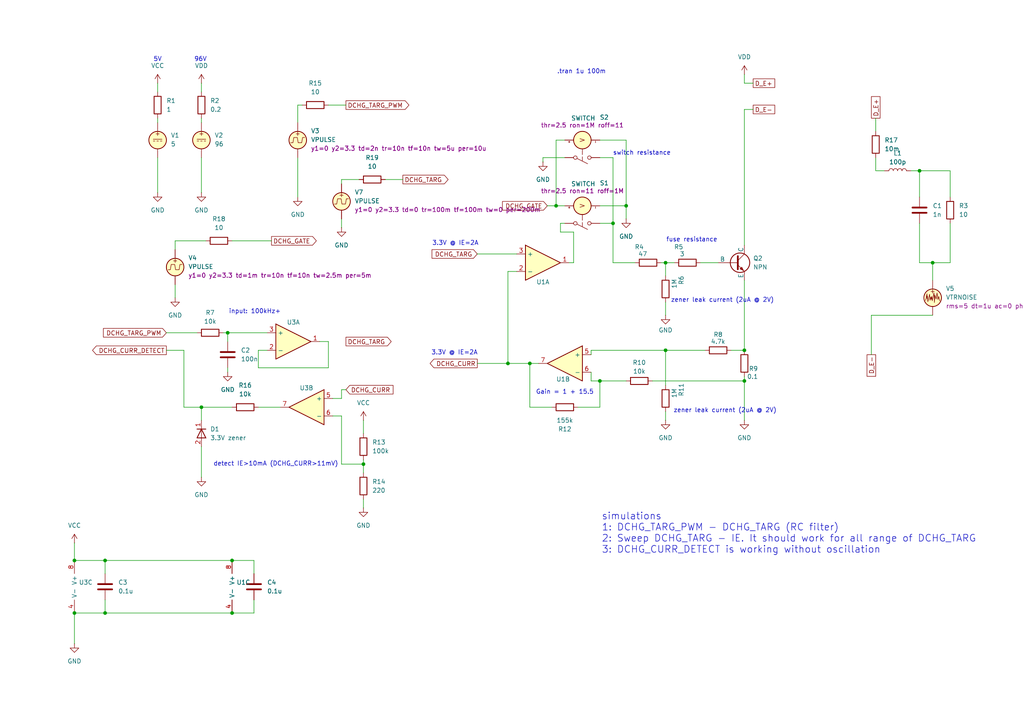
<source format=kicad_sch>
(kicad_sch (version 20231120) (generator "eeschema") (generator_version "8.0")
  (paper "A4")
  (lib_symbols
    (symbol "Device:C" (pin_numbers hide) (pin_names (offset 0.254))
      (property "Reference" "C" (at 0.635 2.54 0))
      (property "Value" "C" (at 0.635 -2.54 0))
      (symbol "C_0_1"
        (polyline (pts (xy -2.032 -0.762) (xy 2.032 -0.762)) (stroke (width 0.508)))
        (polyline (pts (xy -2.032 0.762) (xy 2.032 0.762)) (stroke (width 0.508)))
      )
      (symbol "C_1_1"
        (pin passive line (at 0 3.81 270) (length 2.794) (name "~") (number "1"))
        (pin passive line (at 0 -3.81 90) (length 2.794) (name "~") (number "2"))
      )
    )
    (symbol "Device:L" (pin_numbers hide) (pin_names (offset 1.016) hide)
      (property "Reference" "L" (at -1.27 0 90))
      (property "Value" "L" (at 1.905 0 90))
      (symbol "L_0_1"
        (arc (start 0 -2.54) (mid 0.6323 -1.905) (end 0 -1.27))
        (arc (start 0 -1.27) (mid 0.6323 -0.635) (end 0 0))
        (arc (start 0 0) (mid 0.6323 0.635) (end 0 1.27))
        (arc (start 0 1.27) (mid 0.6323 1.905) (end 0 2.54))
      )
      (symbol "L_1_1"
        (pin passive line (at 0 3.81 270) (length 1.27) (name "1") (number "1"))
        (pin passive line (at 0 -3.81 90) (length 1.27) (name "2") (number "2"))
      )
    )
    (symbol "Device:Opamp_Dual"
      (property "Reference" "U" (at 0 5.08 0))
      (property "Value" "Opamp_Dual" (at 0 -5.08 0))
      (symbol "Opamp_Dual_1_1"
        (polyline (pts (xy -5.08 5.08) (xy 5.08 0) (xy -5.08 -5.08) (xy -5.08 5.08)) (stroke (width 0.254)) (fill (type background)))
        (pin output line (at 7.62 0 180) (length 2.54) (name "~") (number "1"))
        (pin input line (at -7.62 -2.54 0) (length 2.54) (name "-") (number "2"))
        (pin input line (at -7.62 2.54 0) (length 2.54) (name "+") (number "3"))
      )
      (symbol "Opamp_Dual_2_1"
        (polyline (pts (xy -5.08 5.08) (xy 5.08 0) (xy -5.08 -5.08) (xy -5.08 5.08)) (stroke (width 0.254)) (fill (type background)))
        (pin input line (at -7.62 2.54 0) (length 2.54) (name "+") (number "5"))
        (pin input line (at -7.62 -2.54 0) (length 2.54) (name "-") (number "6"))
        (pin output line (at 7.62 0 180) (length 2.54) (name "~") (number "7"))
      )
      (symbol "Opamp_Dual_3_1"
        (pin power_in line (at -2.54 -7.62 90) (length 3.81) (name "V-") (number "4"))
        (pin power_in line (at -2.54 7.62 270) (length 3.81) (name "V+") (number "8"))
      )
    )
    (symbol "Device:R" (pin_numbers hide) (pin_names (offset 0))
      (property "Reference" "R" (at 2.032 0 90))
      (property "Value" "R" (at 0 0 90))
      (symbol "R_0_1"
        (rectangle (start -1.016 -2.54) (end 1.016 2.54) (stroke (width 0.254)))
      )
      (symbol "R_1_1"
        (pin passive line (at 0 3.81 270) (length 1.27) (name "~") (number "1"))
        (pin passive line (at 0 -3.81 90) (length 1.27) (name "~") (number "2"))
      )
    )
    (symbol "Simulation_SPICE:D" (pin_names (offset 1.016) hide)
      (property "Reference" "D" (at 0 2.54 0))
      (property "Value" "D" (at 0 -2.54 0))
      (symbol "D_0_1"
        (polyline (pts (xy -1.27 1.27) (xy -1.27 -1.27)) (stroke (width 0.254)))
        (polyline (pts (xy 1.27 0) (xy -1.27 0)))
        (polyline (pts (xy 1.27 1.27) (xy 1.27 -1.27) (xy -1.27 0) (xy 1.27 1.27)) (stroke (width 0.254)))
      )
      (symbol "D_1_1"
        (pin passive line (at -3.81 0 0) (length 2.54) (name "K") (number "1"))
        (pin passive line (at 3.81 0 180) (length 2.54) (name "A") (number "2"))
      )
    )
    (symbol "Simulation_SPICE:NPN" (pin_numbers hide) (pin_names (offset 0))
      (property "Reference" "Q" (at -2.54 7.62 0))
      (property "Value" "NPN" (at -2.54 5.08 0))
      (symbol "NPN_0_1"
        (polyline (pts (xy -2.54 0) (xy 0.635 0)) (stroke (width 0.1524)))
        (polyline (pts (xy 0.635 0.635) (xy 2.54 2.54)))
        (polyline (pts (xy 2.794 -1.27) (xy 2.794 -1.27)) (stroke (width 0.1524)))
        (polyline (pts (xy 2.794 -1.27) (xy 2.794 -1.27)) (stroke (width 0.1524)))
        (polyline (pts (xy 0.635 -0.635) (xy 2.54 -2.54) (xy 2.54 -2.54)))
        (polyline (pts (xy 0.635 1.905) (xy 0.635 -1.905) (xy 0.635 -1.905)) (stroke (width 0.508)))
        (polyline (pts (xy 1.27 -1.778) (xy 1.778 -1.27) (xy 2.286 -2.286) (xy 1.27 -1.778) (xy 1.27 -1.778)) (fill (type outline)))
        (circle (center 1.27 0) (radius 2.8194) (stroke (width 0.254)))
      )
      (symbol "NPN_1_1"
        (pin open_collector line (at 2.54 5.08 270) (length 2.54) (name "C") (number "1"))
        (pin input line (at -5.08 0 0) (length 2.54) (name "B") (number "2"))
        (pin open_emitter line (at 2.54 -5.08 90) (length 2.54) (name "E") (number "3"))
      )
    )
    (symbol "Simulation_SPICE:SWITCH" (pin_numbers hide) (pin_names (offset 1.016) hide)
      (property "Reference" "S" (at 2.54 2.54 0))
      (property "Value" "SWITCH" (at 2.54 0 0))
      (property "Sim.Params" "thr=0 ron=1" (at 2.54 -2.54 0))
      (symbol "SWITCH_0_1"
        (circle (center 0 -2.032) (radius 0.508))
        (polyline (pts (xy 0.254 1.524) (xy 1.778 -1.524)))
        (circle (center 0 2.032) (radius 0.508))
      )
      (symbol "SWITCH_1_1"
        (circle (center -5.08 0) (radius 2.54) (stroke (width 0.254)) (fill (type background)))
        (polyline (pts (xy -4.826 -3.81) (xy -4.318 -3.81)))
        (polyline (pts (xy -4.826 3.81) (xy -4.318 3.81)))
        (polyline (pts (xy -4.572 4.064) (xy -4.572 3.556)))
        (polyline (pts (xy -2.54 0) (xy 0.889 0)) (stroke (width 0) (type dash)))
        (text "V" (at -5.08 0 0) (effects (font (size 1.27 1.27))))
        (pin passive line (at 0 5.08 270) (length 2.54) (name "N+") (number "1"))
        (pin passive line (at 0 -5.08 90) (length 2.54) (name "N-") (number "2"))
        (pin input line (at -5.08 5.08 270) (length 2.54) (name "C+") (number "3"))
        (pin input line (at -5.08 -5.08 90) (length 2.54) (name "C-") (number "4"))
      )
    )
    (symbol "Simulation_SPICE:VDC" (pin_numbers hide) (pin_names (offset 0.0254))
      (property "Reference" "V" (at 2.54 2.54 0))
      (property "Value" "1" (at 2.54 0 0))
      (symbol "VDC_0_0"
        (polyline (pts (xy -1.27 0.254) (xy 1.27 0.254)))
        (polyline (pts (xy -0.762 -0.254) (xy -1.27 -0.254)))
        (polyline (pts (xy 0.254 -0.254) (xy -0.254 -0.254)))
        (polyline (pts (xy 1.27 -0.254) (xy 0.762 -0.254)))
        (text "+" (at 0 1.905 0) (effects (font (size 1.27 1.27))))
      )
      (symbol "VDC_0_1"
        (circle (center 0 0) (radius 2.54) (stroke (width 0.254)) (fill (type background)))
      )
      (symbol "VDC_1_1"
        (pin passive line (at 0 5.08 270) (length 2.54) (name "~") (number "1"))
        (pin passive line (at 0 -5.08 90) (length 2.54) (name "~") (number "2"))
      )
    )
    (symbol "Simulation_SPICE:VPULSE" (pin_numbers hide) (pin_names (offset 0.0254))
      (property "Reference" "V" (at 2.54 2.54 0))
      (property "Value" "VPULSE" (at 2.54 0 0))
      (property "Sim.Params" "y1=0 y2=1 td=2n tr=2n tf=2n tw=50n per=100n" (at 2.54 -2.54 0))
      (symbol "VPULSE_0_0"
        (polyline (pts (xy -2.032 -0.762) (xy -1.397 -0.762) (xy -1.143 0.762) (xy -0.127 0.762) (xy 0.127 -0.762) (xy 1.143 -0.762) (xy 1.397 0.762) (xy 2.032 0.762)))
        (text "+" (at 0 1.905 0) (effects (font (size 1.27 1.27))))
      )
      (symbol "VPULSE_0_1"
        (circle (center 0 0) (radius 2.54) (stroke (width 0.254)) (fill (type background)))
      )
      (symbol "VPULSE_1_1"
        (pin passive line (at 0 5.08 270) (length 2.54) (name "~") (number "1"))
        (pin passive line (at 0 -5.08 90) (length 2.54) (name "~") (number "2"))
      )
    )
    (symbol "Simulation_SPICE:VTRNOISE" (pin_numbers hide) (pin_names (offset 0.0254))
      (property "Reference" "V" (at 2.54 2.54 0))
      (property "Value" "VTRNOISE" (at 2.54 0 0))
      (property "Sim.Params" "rms=20n dt=500p ac=0 ph=0" (at 2.54 -2.54 0))
      (symbol "VTRNOISE_0_0"
        (text "+" (at 0 1.905 0) (effects (font (size 1.27 1.27))))
      )
      (symbol "VTRNOISE_0_1"
        (polyline (pts (xy -2.032 -0.762) (xy -1.651 1.143) (xy -1.651 -0.254) (xy -1.524 0.508) (xy -1.397 -1.143) (xy -0.889 1.016) (xy -0.762 -0.762) (xy -0.508 0.254) (xy -0.381 -0.508) (xy -0.254 0.381) (xy -0.127 -0.889) (xy 0.381 1.397) (xy 0.508 -1.397) (xy 0.635 0.762) (xy 1.016 -0.381) (xy 1.27 1.397) (xy 1.524 -0.508) (xy 1.778 0.381) (xy 2.032 -0.889)))
        (circle (center 0 0) (radius 2.54) (stroke (width 0.254)) (fill (type background)))
      )
      (symbol "VTRNOISE_1_1"
        (pin passive line (at 0 5.08 270) (length 2.54) (name "~") (number "1"))
        (pin passive line (at 0 -5.08 90) (length 2.54) (name "~") (number "2"))
      )
    )
    (symbol "power:GND" (power) (pin_numbers hide) (pin_names (offset 0) hide)
      (property "Value" "GND" (at 0 -3.81 0))
      (symbol "GND_0_1"
        (polyline (pts (xy 0 0) (xy 0 -1.27) (xy 1.27 -1.27) (xy 0 -2.54) (xy -1.27 -1.27) (xy 0 -1.27)))
      )
      (symbol "GND_1_1"
        (pin power_in line (at 0 0 270) (length 0) (name "~") (number "1"))
      )
    )
    (symbol "power:VCC" (power) (pin_numbers hide) (pin_names (offset 0) hide)
      (property "Value" "VCC" (at 0 3.556 0))
      (symbol "VCC_0_1"
        (polyline (pts (xy -0.762 1.27) (xy 0 2.54)))
        (polyline (pts (xy 0 0) (xy 0 2.54)))
        (polyline (pts (xy 0 2.54) (xy 0.762 1.27)))
      )
      (symbol "VCC_1_1"
        (pin power_in line (at 0 0 90) (length 0) (name "~") (number "1"))
      )
    )
    (symbol "power:VDD" (power) (pin_numbers hide) (pin_names (offset 0) hide)
      (property "Value" "VDD" (at 0 3.556 0))
      (symbol "VDD_0_1"
        (polyline (pts (xy -0.762 1.27) (xy 0 2.54)))
        (polyline (pts (xy 0 0) (xy 0 2.54)))
        (polyline (pts (xy 0 2.54) (xy 0.762 1.27)))
      )
      (symbol "VDD_1_1"
        (pin power_in line (at 0 0 90) (length 0) (name "~") (number "1"))
      )
    )
  )
  (junction (at 161.29 59.69))
  (junction (at 193.04 76.2))
  (junction (at 105.41 134.62))
  (junction (at 181.61 59.69))
  (junction (at 193.04 101.6))
  (junction (at 177.8 64.77))
  (junction (at 30.48 177.8))
  (junction (at 66.04 96.52))
  (junction (at 67.31 177.8))
  (junction (at 58.42 118.11))
  (junction (at 147.32 105.41))
  (junction (at 21.59 177.8))
  (junction (at 153.67 105.41))
  (junction (at 30.48 162.56))
  (junction (at 21.59 162.56))
  (junction (at 215.9 101.6))
  (junction (at 215.9 110.49))
  (junction (at 270.51 76.2))
  (junction (at 67.31 162.56))
  (junction (at 266.7 49.53))
  (junction (at 173.99 110.49))
  (wire (pts (xy 58.42 118.11) (xy 58.42 121.92)))
  (wire (pts (xy 50.8 82.55) (xy 50.8 86.36)))
  (wire (pts (xy 163.83 45.72) (xy 157.48 45.72)))
  (wire (pts (xy 275.59 49.53) (xy 275.59 57.15)))
  (wire (pts (xy 58.42 118.11) (xy 67.31 118.11)))
  (wire (pts (xy 73.66 173.99) (xy 73.66 177.8)))
  (wire (pts (xy 67.31 162.56) (xy 73.66 162.56)))
  (wire (pts (xy 191.77 76.2) (xy 193.04 76.2)))
  (wire (pts (xy 58.42 129.54) (xy 58.42 138.43)))
  (wire (pts (xy 215.9 109.22) (xy 215.9 110.49)))
  (wire (pts (xy 212.09 101.6) (xy 215.9 101.6)))
  (wire (pts (xy 266.7 76.2) (xy 270.51 76.2)))
  (wire (pts (xy 111.76 52.07) (xy 116.84 52.07)))
  (wire (pts (xy 163.83 40.64) (xy 161.29 40.64)))
  (wire (pts (xy 173.99 59.69) (xy 181.61 59.69)))
  (wire (pts (xy 105.41 134.62) (xy 105.41 137.16)))
  (wire (pts (xy 171.45 107.95) (xy 171.45 110.49)))
  (wire (pts (xy 21.59 177.8) (xy 30.48 177.8)))
  (wire (pts (xy 266.7 49.53) (xy 275.59 49.53)))
  (wire (pts (xy 64.77 96.52) (xy 66.04 96.52)))
  (wire (pts (xy 105.41 144.78) (xy 105.41 147.32)))
  (wire (pts (xy 21.59 162.56) (xy 30.48 162.56)))
  (wire (pts (xy 173.99 45.72) (xy 177.8 45.72)))
  (wire (pts (xy 95.25 106.68) (xy 74.93 106.68)))
  (wire (pts (xy 173.99 110.49) (xy 173.99 118.11)))
  (wire (pts (xy 162.56 67.31) (xy 166.37 67.31)))
  (wire (pts (xy 66.04 106.68) (xy 66.04 107.95)))
  (wire (pts (xy 254 45.72) (xy 254 49.53)))
  (wire (pts (xy 266.7 49.53) (xy 266.7 57.15)))
  (wire (pts (xy 215.9 110.49) (xy 215.9 121.92)))
  (wire (pts (xy 45.72 45.72) (xy 45.72 55.88)))
  (wire (pts (xy 66.04 96.52) (xy 66.04 99.06)))
  (wire (pts (xy 158.75 59.69) (xy 161.29 59.69)))
  (wire (pts (xy 173.99 64.77) (xy 177.8 64.77)))
  (wire (pts (xy 48.26 96.52) (xy 57.15 96.52)))
  (wire (pts (xy 58.42 24.13) (xy 58.42 26.67)))
  (wire (pts (xy 162.56 64.77) (xy 162.56 67.31)))
  (wire (pts (xy 177.8 64.77) (xy 177.8 76.2)))
  (wire (pts (xy 266.7 64.77) (xy 266.7 76.2)))
  (wire (pts (xy 66.04 96.52) (xy 77.47 96.52)))
  (wire (pts (xy 252.73 91.44) (xy 270.51 91.44)))
  (wire (pts (xy 74.93 101.6) (xy 77.47 101.6)))
  (wire (pts (xy 99.06 134.62) (xy 99.06 120.65)))
  (wire (pts (xy 156.21 105.41) (xy 153.67 105.41)))
  (wire (pts (xy 166.37 67.31) (xy 166.37 76.2)))
  (wire (pts (xy 105.41 134.62) (xy 99.06 134.62)))
  (wire (pts (xy 147.32 105.41) (xy 153.67 105.41)))
  (wire (pts (xy 165.1 76.2) (xy 166.37 76.2)))
  (wire (pts (xy 215.9 81.28) (xy 215.9 101.6)))
  (wire (pts (xy 138.43 73.66) (xy 149.86 73.66)))
  (wire (pts (xy 105.41 121.92) (xy 105.41 125.73)))
  (wire (pts (xy 215.9 21.59) (xy 215.9 24.13)))
  (wire (pts (xy 59.69 69.85) (xy 50.8 69.85)))
  (wire (pts (xy 50.8 69.85) (xy 50.8 72.39)))
  (wire (pts (xy 58.42 118.11) (xy 53.34 118.11)))
  (wire (pts (xy 74.93 106.68) (xy 74.93 101.6)))
  (wire (pts (xy 270.51 76.2) (xy 275.59 76.2)))
  (wire (pts (xy 171.45 101.6) (xy 193.04 101.6)))
  (wire (pts (xy 95.25 30.48) (xy 100.33 30.48)))
  (wire (pts (xy 254 49.53) (xy 256.54 49.53)))
  (wire (pts (xy 193.04 87.63) (xy 193.04 91.44)))
  (wire (pts (xy 138.43 105.41) (xy 147.32 105.41)))
  (wire (pts (xy 254 34.29) (xy 254 38.1)))
  (wire (pts (xy 203.2 76.2) (xy 208.28 76.2)))
  (wire (pts (xy 99.06 115.57) (xy 96.52 115.57)))
  (wire (pts (xy 30.48 162.56) (xy 67.31 162.56)))
  (wire (pts (xy 270.51 76.2) (xy 270.51 81.28)))
  (wire (pts (xy 157.48 45.72) (xy 157.48 46.99)))
  (wire (pts (xy 21.59 177.8) (xy 21.59 186.69)))
  (wire (pts (xy 87.63 30.48) (xy 86.36 30.48)))
  (wire (pts (xy 105.41 133.35) (xy 105.41 134.62)))
  (wire (pts (xy 53.34 118.11) (xy 53.34 101.6)))
  (wire (pts (xy 171.45 101.6) (xy 171.45 102.87)))
  (wire (pts (xy 193.04 76.2) (xy 193.04 80.01)))
  (wire (pts (xy 99.06 113.03) (xy 100.33 113.03)))
  (wire (pts (xy 30.48 162.56) (xy 30.48 166.37)))
  (wire (pts (xy 161.29 40.64) (xy 161.29 59.69)))
  (wire (pts (xy 181.61 59.69) (xy 181.61 63.5)))
  (wire (pts (xy 99.06 113.03) (xy 99.06 115.57)))
  (wire (pts (xy 99.06 52.07) (xy 99.06 53.34)))
  (wire (pts (xy 177.8 45.72) (xy 177.8 64.77)))
  (wire (pts (xy 275.59 64.77) (xy 275.59 76.2)))
  (wire (pts (xy 193.04 76.2) (xy 195.58 76.2)))
  (wire (pts (xy 252.73 91.44) (xy 252.73 102.87)))
  (wire (pts (xy 86.36 30.48) (xy 86.36 35.56)))
  (wire (pts (xy 173.99 118.11) (xy 167.64 118.11)))
  (wire (pts (xy 86.36 45.72) (xy 86.36 57.15)))
  (wire (pts (xy 160.02 118.11) (xy 153.67 118.11)))
  (wire (pts (xy 215.9 31.75) (xy 218.44 31.75)))
  (wire (pts (xy 45.72 34.29) (xy 45.72 35.56)))
  (wire (pts (xy 177.8 76.2) (xy 184.15 76.2)))
  (wire (pts (xy 173.99 40.64) (xy 181.61 40.64)))
  (wire (pts (xy 153.67 118.11) (xy 153.67 105.41)))
  (wire (pts (xy 45.72 24.13) (xy 45.72 26.67)))
  (wire (pts (xy 67.31 69.85) (xy 78.74 69.85)))
  (wire (pts (xy 264.16 49.53) (xy 266.7 49.53)))
  (wire (pts (xy 147.32 78.74) (xy 149.86 78.74)))
  (wire (pts (xy 215.9 24.13) (xy 218.44 24.13)))
  (wire (pts (xy 161.29 59.69) (xy 163.83 59.69)))
  (wire (pts (xy 193.04 101.6) (xy 193.04 111.76)))
  (wire (pts (xy 74.93 118.11) (xy 81.28 118.11)))
  (wire (pts (xy 67.31 177.8) (xy 73.66 177.8)))
  (wire (pts (xy 21.59 157.48) (xy 21.59 162.56)))
  (wire (pts (xy 193.04 101.6) (xy 204.47 101.6)))
  (wire (pts (xy 58.42 34.29) (xy 58.42 35.56)))
  (wire (pts (xy 163.83 64.77) (xy 162.56 64.77)))
  (wire (pts (xy 189.23 110.49) (xy 215.9 110.49)))
  (wire (pts (xy 173.99 110.49) (xy 181.61 110.49)))
  (wire (pts (xy 171.45 110.49) (xy 173.99 110.49)))
  (wire (pts (xy 215.9 31.75) (xy 215.9 71.12)))
  (wire (pts (xy 96.52 120.65) (xy 99.06 120.65)))
  (wire (pts (xy 181.61 40.64) (xy 181.61 59.69)))
  (wire (pts (xy 30.48 173.99) (xy 30.48 177.8)))
  (wire (pts (xy 95.25 99.06) (xy 95.25 106.68)))
  (wire (pts (xy 73.66 166.37) (xy 73.66 162.56)))
  (wire (pts (xy 58.42 45.72) (xy 58.42 55.88)))
  (wire (pts (xy 53.34 101.6) (xy 48.26 101.6)))
  (wire (pts (xy 104.14 52.07) (xy 99.06 52.07)))
  (wire (pts (xy 99.06 63.5) (xy 99.06 66.04)))
  (wire (pts (xy 30.48 177.8) (xy 67.31 177.8)))
  (wire (pts (xy 193.04 119.38) (xy 193.04 121.92)))
  (wire (pts (xy 92.71 99.06) (xy 95.25 99.06)))
  (wire (pts (xy 147.32 78.74) (xy 147.32 105.41)))
  (text "3.3V @ IE=2A" (at 132.08 70.612 0) (effects (font (size 1.27 1.27))))
  (text "5V" (at 45.72 17.272 0) (effects (font (size 1.27 1.27))))
  (text "fuse resistance" (at 200.66 69.596 0) (effects (font (size 1.27 1.27))))
  (text "zener leak current (2uA @ 2V)" (at 210.312 119.126 0) (effects (font (size 1.27 1.27))))
  (text "3.3V @ IE=2A" (at 131.826 102.362 0) (effects (font (size 1.27 1.27))))
  (text ".tran 1u 100m" (at 168.656 20.828 0) (effects (font (size 1.27 1.27))))
  (text "simulations\n1: DCHG_TARG_PWM - DCHG_TARG (RC filter)\n2: Sweep DCHG_TARG - IE. It should work for all range of DCHG_TARG\n3: DCHG_CURR_DETECT is working without oscillation" (at 174.498 154.686 0) (effects (font (size 2 2)) (justify left)))
  (text "zener leak current (2uA @ 2V)" (at 209.55 87.122 0) (effects (font (size 1.27 1.27))))
  (text "96V" (at 58.166 17.272 0) (effects (font (size 1.27 1.27))))
  (text "input: 100kHz+" (at 73.914 90.424 0) (effects (font (size 1.27 1.27))))
  (text "switch resistance" (at 186.182 44.45 0) (effects (font (size 1.27 1.27))))
  (text "detect IE>10mA (DCHG_CURR>11mV)" (at 80.01 134.62 0) (effects (font (size 1.27 1.27))))
  (text "Gain = 1 + 15.5" (at 163.83 113.792 0) (effects (font (size 1.27 1.27))))
  (global_label "DCHG_GATE" (shape output) (at 78.74 69.85 0) (property "Intersheetrefs" "${INTERSHEET_REFS}" (effects (hide yes))))
  (global_label "DCHG_TARG_PWM" (shape output) (at 100.33 30.48 0) (property "Intersheetrefs" "${INTERSHEET_REFS}" (effects (hide yes))))
  (global_label "DCHG_TARG" (shape output) (at 100.33 99.06 0) (property "Intersheetrefs" "${INTERSHEET_REFS}" (effects (hide yes))))
  (global_label "DCHG_CURR_DETECT" (shape output) (at 48.26 101.6 180) (property "Intersheetrefs" "${INTERSHEET_REFS}" (effects (hide yes))))
  (global_label "D_E-" (shape passive) (at 252.73 102.87 270) (property "Intersheetrefs" "${INTERSHEET_REFS}" (effects (hide yes))))
  (global_label "D_E+" (shape passive) (at 218.44 24.13 0) (property "Intersheetrefs" "${INTERSHEET_REFS}" (effects (hide yes))))
  (global_label "D_E-" (shape passive) (at 218.44 31.75 0) (property "Intersheetrefs" "${INTERSHEET_REFS}" (effects (hide yes))))
  (global_label "DCHG_CURR" (shape input) (at 100.33 113.03 0) (property "Intersheetrefs" "${INTERSHEET_REFS}" (effects (hide yes))))
  (global_label "D_E+" (shape passive) (at 254 34.29 90) (property "Intersheetrefs" "${INTERSHEET_REFS}" (effects (hide yes))))
  (global_label "DCHG_TARG" (shape output) (at 116.84 52.07 0) (property "Intersheetrefs" "${INTERSHEET_REFS}" (effects (hide yes))))
  (global_label "DCHG_GATE" (shape input) (at 158.75 59.69 180) (property "Intersheetrefs" "${INTERSHEET_REFS}" (effects (hide yes))))
  (global_label "DCHG_TARG_PWM" (shape input) (at 48.26 96.52 180) (property "Intersheetrefs" "${INTERSHEET_REFS}" (effects (hide yes))))
  (global_label "DCHG_CURR" (shape output) (at 138.43 105.41 180) (property "Intersheetrefs" "${INTERSHEET_REFS}" (effects (hide yes))))
  (global_label "DCHG_TARG" (shape input) (at 138.43 73.66 180) (property "Intersheetrefs" "${INTERSHEET_REFS}" (effects (hide yes))))
  (symbol (lib_id "Device:C") (at 73.66 170.18 0) (unit 1)
    (property "Reference" "C4" (at 77.47 168.9099 0) (effects (justify left)))
    (property "Value" "0.1u" (at 77.47 171.4499 0) (effects (justify left)))
    (property "Footprint" "Capacitor_SMD:C_0603_1608Metric" (effects (hide yes)))
    (property "Description" "Unpolarized capacitor" (effects (hide yes)))
  )
  (symbol (lib_id "power:GND") (at 66.04 107.95 0) (unit 1)
    (property "Reference" "#PWR08" (effects (hide yes)))
    (property "Value" "GND" (at 66.04 113.03 0))
    (property "Description" "Power symbol creates a global label with name \"GND\" , ground" (effects (hide yes)))
  )
  (symbol (lib_id "power:VDD") (at 58.42 24.13 0) (unit 1) (exclude_from_sim yes)
    (property "Reference" "#PWR03" (effects (hide yes)))
    (property "Value" "VDD" (at 58.42 19.05 0))
    (property "Description" "Power symbol creates a global label with name \"VDD\"" (effects (hide yes)))
  )
  (symbol (lib_id "Device:R") (at 187.96 76.2 90) (unit 1)
    (property "Reference" "R4" (at 185.42 71.628 90))
    (property "Value" "47" (at 186.436 73.66 90))
    (property "Footprint" "Resistor_SMD:R_0603_1608Metric" (effects (hide yes)))
    (property "Description" "Resistor" (effects (hide yes)))
  )
  (symbol (lib_id "Device:R") (at 107.95 52.07 90) (unit 1)
    (property "Reference" "R19" (at 107.95 45.72 90))
    (property "Value" "10" (at 107.95 48.26 90))
    (property "Description" "Resistor" (effects (hide yes)))
  )
  (symbol (lib_id "power:GND") (at 105.41 147.32 0) (unit 1)
    (property "Reference" "#PWR012" (effects (hide yes)))
    (property "Value" "GND" (at 105.41 152.4 0))
    (property "Description" "Power symbol creates a global label with name \"GND\" , ground" (effects (hide yes)))
  )
  (symbol (lib_id "power:VCC") (at 45.72 24.13 0) (unit 1) (exclude_from_sim yes)
    (property "Reference" "#PWR02" (effects (hide yes)))
    (property "Value" "VCC" (at 45.72 19.05 0))
    (property "Description" "Power symbol creates a global label with name \"VCC\"" (effects (hide yes)))
  )
  (symbol (lib_id "Device:R") (at 185.42 110.49 90) (unit 1)
    (property "Reference" "R10" (at 185.42 105.156 90))
    (property "Value" "10k" (at 185.42 107.696 90))
    (property "Footprint" "Resistor_SMD:R_0603_1608Metric" (effects (hide yes)))
    (property "Description" "Resistor" (effects (hide yes)))
  )
  (symbol (lib_id "power:GND") (at 215.9 121.92 0) (unit 1)
    (property "Reference" "#PWR011" (effects (hide yes)))
    (property "Value" "GND" (at 215.9 127 0))
    (property "Description" "Power symbol creates a global label with name \"GND\" , ground" (effects (hide yes)))
  )
  (symbol (lib_id "power:GND") (at 99.06 66.04 0) (unit 1) (exclude_from_sim yes)
    (property "Reference" "#PWR018" (effects (hide yes)))
    (property "Value" "GND" (at 99.06 71.12 0))
    (property "Description" "Power symbol creates a global label with name \"GND\" , ground" (effects (hide yes)))
  )
  (symbol (lib_id "Simulation_SPICE:VDC") (at 58.42 40.64 0) (unit 1)
    (property "Reference" "V2" (at 62.23 39.2401 0) (effects (justify left)))
    (property "Value" "96" (at 62.23 41.7801 0) (effects (justify left)))
    (property "Datasheet" "https://ngspice.sourceforge.io/docs/ngspice-html-manual/manual.xhtml#sec_Independent_Sources_for" (effects (hide yes)))
    (property "Description" "Voltage source, DC" (effects (hide yes)))
    (property "Sim.Pins" "1=+ 2=-" (effects (hide yes)))
    (property "Sim.Type" "DC" (effects (hide yes)))
    (property "Sim.Device" "V" (effects (hide yes)))
  )
  (symbol (lib_id "Device:L") (at 260.35 49.53 90) (unit 1)
    (property "Reference" "L1" (at 260.35 44.45 90))
    (property "Value" "100p" (at 260.35 46.99 90))
    (property "Description" "Inductor" (effects (hide yes)))
  )
  (symbol (lib_id "Simulation_SPICE:NPN") (at 213.36 76.2 0) (unit 1)
    (property "Reference" "Q2" (at 218.44 74.9299 0) (effects (justify left)))
    (property "Value" "NPN" (at 218.44 77.4699 0) (effects (justify left)))
    (property "Datasheet" "https://ngspice.sourceforge.io/docs/ngspice-html-manual/manual.xhtml#cha_BJTs" (effects (hide yes)))
    (property "Description" "Bipolar transistor symbol for simulation only, substrate tied to the emitter" (effects (hide yes)))
    (property "Sim.Device" "NPN" (effects (hide yes)))
    (property "Sim.Type" "GUMMELPOON" (effects (hide yes)))
    (property "Sim.Pins" "1=C 2=B 3=E" (effects (hide yes)))
  )
  (symbol (lib_id "power:GND") (at 21.59 186.69 0) (unit 1)
    (property "Reference" "#PWR015" (effects (hide yes)))
    (property "Value" "GND" (at 21.59 191.77 0))
    (property "Description" "Power symbol creates a global label with name \"GND\" , ground" (effects (hide yes)))
  )
  (symbol (lib_id "power:GND") (at 181.61 63.5 0) (unit 1)
    (property "Reference" "#PWR013" (effects (hide yes)))
    (property "Value" "GND" (at 181.61 68.58 0))
    (property "Description" "Power symbol creates a global label with name \"GND\" , ground" (effects (hide yes)))
  )
  (symbol (lib_id "Device:R") (at 105.41 129.54 0) (unit 1)
    (property "Reference" "R13" (at 107.95 128.2699 0) (effects (justify left)))
    (property "Value" "100k" (at 107.95 130.8099 0) (effects (justify left)))
    (property "Footprint" "Resistor_SMD:R_0603_1608Metric" (effects (hide yes)))
    (property "Description" "Resistor" (effects (hide yes)))
  )
  (symbol (lib_id "Device:Opamp_Dual") (at 157.48 76.2 0) (unit 1)
    (property "Reference" "U1" (at 157.48 81.788 0))
    (property "Value" "Opamp_Dual" (effects (hide yes)))
    (property "Footprint" "Package_SO:VSSOP-8_3x3mm_P0.65mm" (effects (hide yes)))
    (property "Description" "Dual operational amplifier" (effects (hide yes)))
    (property "Sim.Library" "${KICAD7_SYMBOL_DIR}/Simulation_SPICE.sp" (effects (hide yes)))
    (property "Sim.Name" "kicad_builtin_opamp_dual" (effects (hide yes)))
    (property "Sim.Device" "SUBCKT" (effects (hide yes)))
    (property "Sim.Pins" "1=out1 2=in1- 3=in1+ 4=vee 5=in2+ 6=in2- 7=out2 8=vcc" (effects (hide yes)))
  )
  (symbol (lib_id "Device:R") (at 208.28 101.6 90) (unit 1)
    (property "Reference" "R8" (at 208.28 97.028 90))
    (property "Value" "4.7k" (at 208.28 99.06 90))
    (property "Footprint" "Resistor_SMD:R_0603_1608Metric" (effects (hide yes)))
    (property "Description" "Resistor" (effects (hide yes)))
  )
  (symbol (lib_id "power:GND") (at 157.48 46.99 0) (unit 1)
    (property "Reference" "#PWR019" (effects (hide yes)))
    (property "Value" "GND" (at 157.48 52.07 0))
    (property "Description" "Power symbol creates a global label with name \"GND\" , ground" (effects (hide yes)))
  )
  (symbol (lib_id "Device:R") (at 60.96 96.52 90) (unit 1)
    (property "Reference" "R7" (at 60.96 90.678 90))
    (property "Value" "10k" (at 60.96 93.218 90))
    (property "Footprint" "Resistor_SMD:R_0603_1608Metric" (effects (hide yes)))
    (property "Description" "Resistor" (effects (hide yes)))
  )
  (symbol (lib_id "Simulation_SPICE:SWITCH") (at 168.91 45.72 90) (mirror x) (unit 1)
    (property "Reference" "S2" (at 175.26 34.036 90))
    (property "Value" "SWITCH" (at 169.164 34.29 90))
    (property "Datasheet" "https://ngspice.sourceforge.io/docs/ngspice-html-manual/manual.xhtml#subsec_Switches" (effects (hide yes)))
    (property "Description" "Voltage controlled switch symbol for simulation only" (effects (hide yes)))
    (property "Sim.Device" "SW" (effects (hide yes)))
    (property "Sim.Type" "V" (effects (hide yes)))
    (property "Sim.Params" "thr=2.5 ron=1M roff=11" (at 168.91 36.322 90))
    (property "Sim.Pins" "1=no+ 2=no- 3=ctrl+ 4=ctrl-" (effects (hide yes)))
  )
  (symbol (lib_id "power:GND") (at 58.42 55.88 0) (unit 1) (exclude_from_sim yes)
    (property "Reference" "#PWR05" (effects (hide yes)))
    (property "Value" "GND" (at 58.42 60.96 0))
    (property "Description" "Power symbol creates a global label with name \"GND\" , ground" (effects (hide yes)))
  )
  (symbol (lib_id "Device:Opamp_Dual") (at 69.85 170.18 0) (unit 3)
    (property "Reference" "U1" (at 68.58 168.9099 0) (effects (justify left)))
    (property "Value" "Opamp_Dual" (effects (hide yes)))
    (property "Footprint" "Package_SO:VSSOP-8_3x3mm_P0.65mm" (effects (hide yes)))
    (property "Description" "Dual operational amplifier" (effects (hide yes)))
    (property "Sim.Library" "${KICAD7_SYMBOL_DIR}/Simulation_SPICE.sp" (effects (hide yes)))
    (property "Sim.Name" "kicad_builtin_opamp_dual" (effects (hide yes)))
    (property "Sim.Device" "SUBCKT" (effects (hide yes)))
    (property "Sim.Pins" "1=out1 2=in1- 3=in1+ 4=vee 5=in2+ 6=in2- 7=out2 8=vcc" (effects (hide yes)))
  )
  (symbol (lib_id "Device:R") (at 254 41.91 0) (unit 1)
    (property "Reference" "R17" (at 256.54 40.6399 0) (effects (justify left)))
    (property "Value" "10m" (at 256.54 43.1799 0) (effects (justify left)))
    (property "Description" "Resistor" (effects (hide yes)))
  )
  (symbol (lib_id "Simulation_SPICE:VDC") (at 45.72 40.64 0) (unit 1)
    (property "Reference" "V1" (at 49.53 39.2401 0) (effects (justify left)))
    (property "Value" "5" (at 49.53 41.7801 0) (effects (justify left)))
    (property "Datasheet" "https://ngspice.sourceforge.io/docs/ngspice-html-manual/manual.xhtml#sec_Independent_Sources_for" (effects (hide yes)))
    (property "Description" "Voltage source, DC" (effects (hide yes)))
    (property "Sim.Pins" "1=+ 2=-" (effects (hide yes)))
    (property "Sim.Type" "DC" (effects (hide yes)))
    (property "Sim.Device" "V" (effects (hide yes)))
  )
  (symbol (lib_id "Device:R") (at 275.59 60.96 0) (unit 1)
    (property "Reference" "R3" (at 278.13 59.6899 0) (effects (justify left)))
    (property "Value" "10" (at 278.13 62.2299 0) (effects (justify left)))
    (property "Description" "Resistor" (effects (hide yes)))
  )
  (symbol (lib_id "Device:C") (at 266.7 60.96 0) (unit 1)
    (property "Reference" "C1" (at 270.51 59.6899 0) (effects (justify left)))
    (property "Value" "1n" (at 270.51 62.2299 0) (effects (justify left)))
    (property "Description" "Unpolarized capacitor" (effects (hide yes)))
  )
  (symbol (lib_id "Device:R") (at 105.41 140.97 0) (unit 1)
    (property "Reference" "R14" (at 107.95 139.6999 0) (effects (justify left)))
    (property "Value" "220" (at 107.95 142.2399 0) (effects (justify left)))
    (property "Footprint" "Resistor_SMD:R_0603_1608Metric" (effects (hide yes)))
    (property "Description" "Resistor" (effects (hide yes)))
  )
  (symbol (lib_id "Device:C") (at 30.48 170.18 0) (unit 1)
    (property "Reference" "C3" (at 34.29 168.9099 0) (effects (justify left)))
    (property "Value" "0.1u" (at 34.29 171.4499 0) (effects (justify left)))
    (property "Footprint" "Capacitor_SMD:C_0603_1608Metric" (effects (hide yes)))
    (property "Description" "Unpolarized capacitor" (effects (hide yes)))
  )
  (symbol (lib_id "Device:R") (at 163.83 118.11 270) (mirror x) (unit 1)
    (property "Reference" "R12" (at 163.83 124.46 90))
    (property "Value" "155k" (at 163.83 121.92 90))
    (property "Footprint" "Resistor_SMD:R_0603_1608Metric" (effects (hide yes)))
    (property "Description" "Resistor" (effects (hide yes)))
  )
  (symbol (lib_id "Simulation_SPICE:VTRNOISE") (at 270.51 86.36 0) (unit 1)
    (property "Reference" "V5" (at 274.32 83.6901 0) (effects (justify left)))
    (property "Value" "VTRNOISE" (at 274.32 86.2301 0) (effects (justify left)))
    (property "Datasheet" "https://ngspice.sourceforge.io/docs/ngspice-html-manual/manual.xhtml#subsec_Transient_noise_source" (effects (hide yes)))
    (property "Description" "Voltage source, transient noise" (effects (hide yes)))
    (property "Sim.Pins" "1=+ 2=-" (effects (hide yes)))
    (property "Sim.Params" "rms=5 dt=1u ac=0 ph=0" (at 274.32 88.7701 0) (effects (justify left)))
    (property "Sim.Device" "V" (effects (hide yes)))
    (property "Sim.Type" "WHITENOISE" (effects (hide yes)))
  )
  (symbol (lib_id "power:GND") (at 86.36 57.15 0) (unit 1) (exclude_from_sim yes)
    (property "Reference" "#PWR017" (effects (hide yes)))
    (property "Value" "GND" (at 86.36 62.23 0))
    (property "Description" "Power symbol creates a global label with name \"GND\" , ground" (effects (hide yes)))
  )
  (symbol (lib_id "power:VCC") (at 105.41 121.92 0) (unit 1)
    (property "Reference" "#PWR09" (effects (hide yes)))
    (property "Value" "VCC" (at 105.41 116.84 0))
    (property "Description" "Power symbol creates a global label with name \"VCC\"" (effects (hide yes)))
  )
  (symbol (lib_id "power:GND") (at 58.42 138.43 0) (unit 1)
    (property "Reference" "#PWR020" (effects (hide yes)))
    (property "Value" "GND" (at 58.42 143.51 0))
    (property "Description" "Power symbol creates a global label with name \"GND\" , ground" (effects (hide yes)))
  )
  (symbol (lib_id "Simulation_SPICE:SWITCH") (at 168.91 64.77 90) (mirror x) (unit 1)
    (property "Reference" "S1" (at 175.26 53.086 90))
    (property "Value" "SWITCH" (at 169.164 53.34 90))
    (property "Datasheet" "https://ngspice.sourceforge.io/docs/ngspice-html-manual/manual.xhtml#subsec_Switches" (effects (hide yes)))
    (property "Description" "Voltage controlled switch symbol for simulation only" (effects (hide yes)))
    (property "Sim.Device" "SW" (effects (hide yes)))
    (property "Sim.Type" "V" (effects (hide yes)))
    (property "Sim.Params" "thr=2.5 ron=11 roff=1M" (at 168.91 55.372 90))
    (property "Sim.Pins" "1=no+ 2=no- 3=ctrl+ 4=ctrl-" (effects (hide yes)))
  )
  (symbol (lib_id "Device:Opamp_Dual") (at 88.9 118.11 0) (mirror y) (unit 2)
    (property "Reference" "U3" (at 88.9 112.522 0))
    (property "Value" "Opamp_Dual" (effects (hide yes)))
    (property "Footprint" "Package_SO:VSSOP-8_3x3mm_P0.65mm" (effects (hide yes)))
    (property "Description" "Dual operational amplifier" (effects (hide yes)))
    (property "Sim.Library" "${KICAD7_SYMBOL_DIR}/Simulation_SPICE.sp" (effects (hide yes)))
    (property "Sim.Name" "kicad_builtin_opamp_dual" (effects (hide yes)))
    (property "Sim.Device" "SUBCKT" (effects (hide yes)))
    (property "Sim.Pins" "1=out1 2=in1- 3=in1+ 4=vee 5=in2+ 6=in2- 7=out2 8=vcc" (effects (hide yes)))
  )
  (symbol (lib_id "Device:R") (at 45.72 30.48 0) (unit 1)
    (property "Reference" "R1" (at 48.26 29.2099 0) (effects (justify left)))
    (property "Value" "1" (at 48.26 31.7499 0) (effects (justify left)))
    (property "Description" "Resistor" (effects (hide yes)))
  )
  (symbol (lib_id "Device:Opamp_Dual") (at 163.83 105.41 0) (mirror y) (unit 2)
    (property "Reference" "U1" (at 163.322 109.982 0))
    (property "Value" "Opamp_Dual" (effects (hide yes)))
    (property "Footprint" "Package_SO:VSSOP-8_3x3mm_P0.65mm" (effects (hide yes)))
    (property "Description" "Dual operational amplifier" (effects (hide yes)))
    (property "Sim.Library" "${KICAD7_SYMBOL_DIR}/Simulation_SPICE.sp" (effects (hide yes)))
    (property "Sim.Name" "kicad_builtin_opamp_dual" (effects (hide yes)))
    (property "Sim.Device" "SUBCKT" (effects (hide yes)))
    (property "Sim.Pins" "1=out1 2=in1- 3=in1+ 4=vee 5=in2+ 6=in2- 7=out2 8=vcc" (effects (hide yes)))
  )
  (symbol (lib_id "power:VCC") (at 21.59 157.48 0) (unit 1)
    (property "Reference" "#PWR014" (effects (hide yes)))
    (property "Value" "VCC" (at 21.59 152.4 0))
    (property "Description" "Power symbol creates a global label with name \"VCC\"" (effects (hide yes)))
  )
  (symbol (lib_id "Device:R") (at 63.5 69.85 90) (unit 1)
    (property "Reference" "R18" (at 63.5 63.5 90))
    (property "Value" "10" (at 63.5 66.04 90))
    (property "Description" "Resistor" (effects (hide yes)))
  )
  (symbol (lib_id "power:GND") (at 193.04 121.92 0) (unit 1)
    (property "Reference" "#PWR010" (effects (hide yes)))
    (property "Value" "GND" (at 193.04 127 0))
    (property "Description" "Power symbol creates a global label with name \"GND\" , ground" (effects (hide yes)))
  )
  (symbol (lib_id "Device:R") (at 71.12 118.11 270) (unit 1)
    (property "Reference" "R16" (at 71.12 111.76 90))
    (property "Value" "10k" (at 71.12 114.3 90))
    (property "Footprint" "Resistor_SMD:R_0603_1608Metric" (effects (hide yes)))
    (property "Description" "Resistor" (effects (hide yes)))
  )
  (symbol (lib_id "Device:Opamp_Dual") (at 24.13 170.18 0) (unit 3)
    (property "Reference" "U3" (at 22.86 168.9099 0) (effects (justify left)))
    (property "Value" "Opamp_Dual" (effects (hide yes)))
    (property "Footprint" "Package_SO:VSSOP-8_3x3mm_P0.65mm" (effects (hide yes)))
    (property "Description" "Dual operational amplifier" (effects (hide yes)))
    (property "Sim.Library" "${KICAD7_SYMBOL_DIR}/Simulation_SPICE.sp" (effects (hide yes)))
    (property "Sim.Name" "kicad_builtin_opamp_dual" (effects (hide yes)))
    (property "Sim.Device" "SUBCKT" (effects (hide yes)))
    (property "Sim.Pins" "1=out1 2=in1- 3=in1+ 4=vee 5=in2+ 6=in2- 7=out2 8=vcc" (effects (hide yes)))
  )
  (symbol (lib_id "power:GND") (at 193.04 91.44 0) (unit 1)
    (property "Reference" "#PWR07" (effects (hide yes)))
    (property "Value" "GND" (at 193.04 95.758 0))
    (property "Description" "Power symbol creates a global label with name \"GND\" , ground" (effects (hide yes)))
  )
  (symbol (lib_id "power:GND") (at 50.8 86.36 0) (unit 1) (exclude_from_sim yes)
    (property "Reference" "#PWR016" (effects (hide yes)))
    (property "Value" "GND" (at 50.8 91.44 0))
    (property "Description" "Power symbol creates a global label with name \"GND\" , ground" (effects (hide yes)))
  )
  (symbol (lib_id "Simulation_SPICE:D") (at 58.42 125.73 270) (unit 1)
    (property "Reference" "D1" (at 60.96 124.4599 90) (effects (justify left)))
    (property "Value" "3.3V zener" (at 60.96 126.9999 90) (effects (justify left)))
    (property "Datasheet" "https://ngspice.sourceforge.io/docs/ngspice-html-manual/manual.xhtml#cha_DIODEs" (effects (hide yes)))
    (property "Description" "Diode for simulation or PCB" (effects (hide yes)))
    (property "Sim.Device" "D" (effects (hide yes)))
    (property "Sim.Pins" "1=K 2=A" (effects (hide yes)))
    (property "Sim.Params" "rs=50m cjo=10p bv=3.3" (effects (hide yes)))
  )
  (symbol (lib_id "Device:R") (at 91.44 30.48 90) (unit 1)
    (property "Reference" "R15" (at 91.44 24.13 90))
    (property "Value" "10" (at 91.44 26.67 90))
    (property "Description" "Resistor" (effects (hide yes)))
  )
  (symbol (lib_id "Simulation_SPICE:VPULSE") (at 99.06 58.42 0) (unit 1)
    (property "Reference" "V7" (at 102.87 55.7501 0) (effects (justify left)))
    (property "Value" "VPULSE" (at 102.87 58.2901 0) (effects (justify left)))
    (property "Datasheet" "https://ngspice.sourceforge.io/docs/ngspice-html-manual/manual.xhtml#sec_Independent_Sources_for" (effects (hide yes)))
    (property "Description" "Voltage source, pulse" (effects (hide yes)))
    (property "Sim.Pins" "1=+ 2=-" (effects (hide yes)))
    (property "Sim.Type" "PULSE" (effects (hide yes)))
    (property "Sim.Device" "V" (effects (hide yes)))
    (property "Sim.Params" "y1=0 y2=3.3 td=0 tr=100m tf=100m tw=0 per=200m" (at 102.87 60.8301 0) (effects (justify left)))
  )
  (symbol (lib_id "power:GND") (at 45.72 55.88 0) (unit 1) (exclude_from_sim yes)
    (property "Reference" "#PWR04" (effects (hide yes)))
    (property "Value" "GND" (at 45.72 60.96 0))
    (property "Description" "Power symbol creates a global label with name \"GND\" , ground" (effects (hide yes)))
  )
  (symbol (lib_id "Simulation_SPICE:VPULSE") (at 50.8 77.47 0) (unit 1)
    (property "Reference" "V4" (at 54.61 74.8001 0) (effects (justify left)))
    (property "Value" "VPULSE" (at 54.61 77.3401 0) (effects (justify left)))
    (property "Datasheet" "https://ngspice.sourceforge.io/docs/ngspice-html-manual/manual.xhtml#sec_Independent_Sources_for" (effects (hide yes)))
    (property "Description" "Voltage source, pulse" (effects (hide yes)))
    (property "Sim.Pins" "1=+ 2=-" (effects (hide yes)))
    (property "Sim.Type" "PULSE" (effects (hide yes)))
    (property "Sim.Device" "V" (effects (hide yes)))
    (property "Sim.Params" "y1=0 y2=3.3 td=1m tr=10n tf=10n tw=2.5m per=5m" (at 54.61 79.8801 0) (effects (justify left)))
  )
  (symbol (lib_id "power:VDD") (at 215.9 21.59 0) (unit 1)
    (property "Reference" "#PWR01" (effects (hide yes)))
    (property "Value" "VDD" (at 215.9 16.51 0))
    (property "Description" "Power symbol creates a global label with name \"VDD\"" (effects (hide yes)))
  )
  (symbol (lib_id "Device:R") (at 215.9 105.41 0) (unit 1)
    (property "Reference" "R9" (at 217.17 106.934 0) (effects (justify left)))
    (property "Value" "0.1" (at 216.662 109.22 0) (effects (justify left)))
    (property "Footprint" "Resistor_SMD:R_0603_1608Metric" (effects (hide yes)))
    (property "Description" "Resistor" (effects (hide yes)))
  )
  (symbol (lib_id "Device:R") (at 58.42 30.48 0) (unit 1)
    (property "Reference" "R2" (at 60.96 29.2099 0) (effects (justify left)))
    (property "Value" "0.2" (at 60.96 31.7499 0) (effects (justify left)))
    (property "Description" "Resistor" (effects (hide yes)))
  )
  (symbol (lib_id "Device:R") (at 193.04 115.57 0) (unit 1)
    (property "Reference" "R11" (at 197.612 113.03 90))
    (property "Value" "1M" (at 195.58 114.046 90))
    (property "Footprint" "Resistor_SMD:R_0603_1608Metric" (effects (hide yes)))
    (property "Description" "Resistor" (effects (hide yes)))
  )
  (symbol (lib_id "Device:R") (at 193.04 83.82 0) (unit 1)
    (property "Reference" "R6" (at 197.612 81.28 90))
    (property "Value" "1M" (at 195.58 82.296 90))
    (property "Footprint" "Resistor_SMD:R_0603_1608Metric" (effects (hide yes)))
    (property "Description" "Resistor" (effects (hide yes)))
  )
  (symbol (lib_id "Device:C") (at 66.04 102.87 0) (unit 1)
    (property "Reference" "C2" (at 69.85 101.5999 0) (effects (justify left)))
    (property "Value" "100n" (at 69.85 104.1399 0) (effects (justify left)))
    (property "Footprint" "Capacitor_SMD:C_0603_1608Metric" (effects (hide yes)))
    (property "Description" "Unpolarized capacitor" (effects (hide yes)))
  )
  (symbol (lib_id "Simulation_SPICE:VPULSE") (at 86.36 40.64 0) (unit 1)
    (property "Reference" "V3" (at 90.17 37.9701 0) (effects (justify left)))
    (property "Value" "VPULSE" (at 90.17 40.5101 0) (effects (justify left)))
    (property "Datasheet" "https://ngspice.sourceforge.io/docs/ngspice-html-manual/manual.xhtml#sec_Independent_Sources_for" (effects (hide yes)))
    (property "Description" "Voltage source, pulse" (effects (hide yes)))
    (property "Sim.Pins" "1=+ 2=-" (effects (hide yes)))
    (property "Sim.Type" "PULSE" (effects (hide yes)))
    (property "Sim.Device" "V" (effects (hide yes)))
    (property "Sim.Params" "y1=0 y2=3.3 td=2n tr=10n tf=10n tw=5u per=10u" (at 90.17 43.0501 0) (effects (justify left)))
  )
  (symbol (lib_id "Device:R") (at 199.39 76.2 90) (unit 1)
    (property "Reference" "R5" (at 196.85 71.628 90))
    (property "Value" "3" (at 197.866 73.66 90))
    (property "Footprint" "Resistor_SMD:R_0603_1608Metric" (effects (hide yes)))
    (property "Description" "Resistor" (effects (hide yes)))
  )
  (symbol (lib_id "Device:Opamp_Dual") (at 85.09 99.06 0) (unit 1)
    (property "Reference" "U3" (at 85.09 93.472 0))
    (property "Value" "Opamp_Dual" (effects (hide yes)))
    (property "Footprint" "Package_SO:VSSOP-8_3x3mm_P0.65mm" (effects (hide yes)))
    (property "Description" "Dual operational amplifier" (effects (hide yes)))
    (property "Sim.Library" "${KICAD7_SYMBOL_DIR}/Simulation_SPICE.sp" (effects (hide yes)))
    (property "Sim.Name" "kicad_builtin_opamp_dual" (effects (hide yes)))
    (property "Sim.Device" "SUBCKT" (effects (hide yes)))
    (property "Sim.Pins" "1=out1 2=in1- 3=in1+ 4=vee 5=in2+ 6=in2- 7=out2 8=vcc" (effects (hide yes)))
  )
)
</source>
